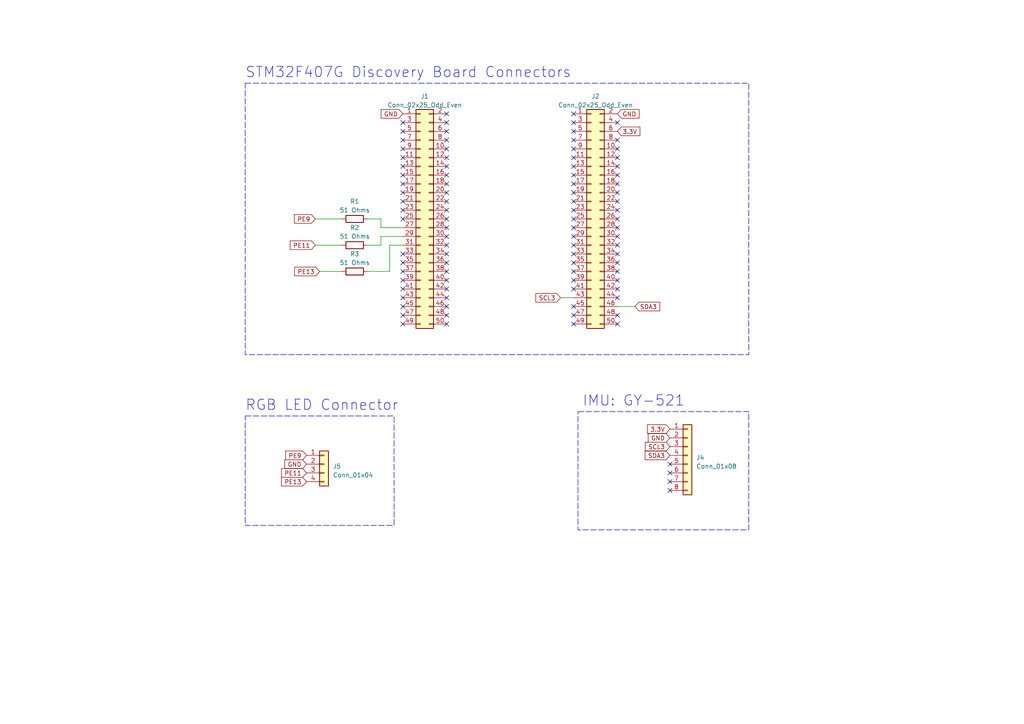
<source format=kicad_sch>
(kicad_sch (version 20230121) (generator eeschema)
  (paper "A4")
  (lib_symbols
    (symbol "Connector_Generic:Conn_01x04" (pin_names (offset 1.016) hide)
      (property "Reference" "J" (at 0 5.08 0))
      (property "Value" "Conn_01x04" (at 0 -7.62 0))
      (symbol "Conn_01x04_1_1"
        (rectangle (start -1.27 -4.953) (end 0 -5.207) (stroke (width 0.1524)))
        (rectangle (start -1.27 -2.413) (end 0 -2.667) (stroke (width 0.1524)))
        (rectangle (start -1.27 0.127) (end 0 -0.127) (stroke (width 0.1524)))
        (rectangle (start -1.27 2.667) (end 0 2.413) (stroke (width 0.1524)))
        (rectangle (start -1.27 3.81) (end 1.27 -6.35) (stroke (width 0.254)) (fill (type background)))
        (pin passive line (at -5.08 2.54 0) (length 3.81) (name "Pin_1") (number "1"))
        (pin passive line (at -5.08 0 0) (length 3.81) (name "Pin_2") (number "2"))
        (pin passive line (at -5.08 -2.54 0) (length 3.81) (name "Pin_3") (number "3"))
        (pin passive line (at -5.08 -5.08 0) (length 3.81) (name "Pin_4") (number "4"))
      )
    )
    (symbol "Connector_Generic:Conn_01x08" (pin_names (offset 1.016) hide)
      (property "Reference" "J" (at 0 10.16 0))
      (property "Value" "Conn_01x08" (at 0 -12.7 0))
      (symbol "Conn_01x08_1_1"
        (rectangle (start -1.27 -10.033) (end 0 -10.287) (stroke (width 0.1524)))
        (rectangle (start -1.27 -7.493) (end 0 -7.747) (stroke (width 0.1524)))
        (rectangle (start -1.27 -4.953) (end 0 -5.207) (stroke (width 0.1524)))
        (rectangle (start -1.27 -2.413) (end 0 -2.667) (stroke (width 0.1524)))
        (rectangle (start -1.27 0.127) (end 0 -0.127) (stroke (width 0.1524)))
        (rectangle (start -1.27 2.667) (end 0 2.413) (stroke (width 0.1524)))
        (rectangle (start -1.27 5.207) (end 0 4.953) (stroke (width 0.1524)))
        (rectangle (start -1.27 7.747) (end 0 7.493) (stroke (width 0.1524)))
        (rectangle (start -1.27 8.89) (end 1.27 -11.43) (stroke (width 0.254)) (fill (type background)))
        (pin passive line (at -5.08 7.62 0) (length 3.81) (name "Pin_1") (number "1"))
        (pin passive line (at -5.08 5.08 0) (length 3.81) (name "Pin_2") (number "2"))
        (pin passive line (at -5.08 2.54 0) (length 3.81) (name "Pin_3") (number "3"))
        (pin passive line (at -5.08 0 0) (length 3.81) (name "Pin_4") (number "4"))
        (pin passive line (at -5.08 -2.54 0) (length 3.81) (name "Pin_5") (number "5"))
        (pin passive line (at -5.08 -5.08 0) (length 3.81) (name "Pin_6") (number "6"))
        (pin passive line (at -5.08 -7.62 0) (length 3.81) (name "Pin_7") (number "7"))
        (pin passive line (at -5.08 -10.16 0) (length 3.81) (name "Pin_8") (number "8"))
      )
    )
    (symbol "Connector_Generic:Conn_02x25_Odd_Even" (pin_names (offset 1.016) hide)
      (property "Reference" "J" (at 1.27 33.02 0))
      (property "Value" "Conn_02x25_Odd_Even" (at 1.27 -33.02 0))
      (symbol "Conn_02x25_Odd_Even_1_1"
        (rectangle (start -1.27 -30.353) (end 0 -30.607) (stroke (width 0.1524)))
        (rectangle (start -1.27 -27.813) (end 0 -28.067) (stroke (width 0.1524)))
        (rectangle (start -1.27 -25.273) (end 0 -25.527) (stroke (width 0.1524)))
        (rectangle (start -1.27 -22.733) (end 0 -22.987) (stroke (width 0.1524)))
        (rectangle (start -1.27 -20.193) (end 0 -20.447) (stroke (width 0.1524)))
        (rectangle (start -1.27 -17.653) (end 0 -17.907) (stroke (width 0.1524)))
        (rectangle (start -1.27 -15.113) (end 0 -15.367) (stroke (width 0.1524)))
        (rectangle (start -1.27 -12.573) (end 0 -12.827) (stroke (width 0.1524)))
        (rectangle (start -1.27 -10.033) (end 0 -10.287) (stroke (width 0.1524)))
        (rectangle (start -1.27 -7.493) (end 0 -7.747) (stroke (width 0.1524)))
        (rectangle (start -1.27 -4.953) (end 0 -5.207) (stroke (width 0.1524)))
        (rectangle (start -1.27 -2.413) (end 0 -2.667) (stroke (width 0.1524)))
        (rectangle (start -1.27 0.127) (end 0 -0.127) (stroke (width 0.1524)))
        (rectangle (start -1.27 2.667) (end 0 2.413) (stroke (width 0.1524)))
        (rectangle (start -1.27 5.207) (end 0 4.953) (stroke (width 0.1524)))
        (rectangle (start -1.27 7.747) (end 0 7.493) (stroke (width 0.1524)))
        (rectangle (start -1.27 10.287) (end 0 10.033) (stroke (width 0.1524)))
        (rectangle (start -1.27 12.827) (end 0 12.573) (stroke (width 0.1524)))
        (rectangle (start -1.27 15.367) (end 0 15.113) (stroke (width 0.1524)))
        (rectangle (start -1.27 17.907) (end 0 17.653) (stroke (width 0.1524)))
        (rectangle (start -1.27 20.447) (end 0 20.193) (stroke (width 0.1524)))
        (rectangle (start -1.27 22.987) (end 0 22.733) (stroke (width 0.1524)))
        (rectangle (start -1.27 25.527) (end 0 25.273) (stroke (width 0.1524)))
        (rectangle (start -1.27 28.067) (end 0 27.813) (stroke (width 0.1524)))
        (rectangle (start -1.27 30.607) (end 0 30.353) (stroke (width 0.1524)))
        (rectangle (start -1.27 31.75) (end 3.81 -31.75) (stroke (width 0.254)) (fill (type background)))
        (rectangle (start 3.81 -30.353) (end 2.54 -30.607) (stroke (width 0.1524)))
        (rectangle (start 3.81 -27.813) (end 2.54 -28.067) (stroke (width 0.1524)))
        (rectangle (start 3.81 -25.273) (end 2.54 -25.527) (stroke (width 0.1524)))
        (rectangle (start 3.81 -22.733) (end 2.54 -22.987) (stroke (width 0.1524)))
        (rectangle (start 3.81 -20.193) (end 2.54 -20.447) (stroke (width 0.1524)))
        (rectangle (start 3.81 -17.653) (end 2.54 -17.907) (stroke (width 0.1524)))
        (rectangle (start 3.81 -15.113) (end 2.54 -15.367) (stroke (width 0.1524)))
        (rectangle (start 3.81 -12.573) (end 2.54 -12.827) (stroke (width 0.1524)))
        (rectangle (start 3.81 -10.033) (end 2.54 -10.287) (stroke (width 0.1524)))
        (rectangle (start 3.81 -7.493) (end 2.54 -7.747) (stroke (width 0.1524)))
        (rectangle (start 3.81 -4.953) (end 2.54 -5.207) (stroke (width 0.1524)))
        (rectangle (start 3.81 -2.413) (end 2.54 -2.667) (stroke (width 0.1524)))
        (rectangle (start 3.81 0.127) (end 2.54 -0.127) (stroke (width 0.1524)))
        (rectangle (start 3.81 2.667) (end 2.54 2.413) (stroke (width 0.1524)))
        (rectangle (start 3.81 5.207) (end 2.54 4.953) (stroke (width 0.1524)))
        (rectangle (start 3.81 7.747) (end 2.54 7.493) (stroke (width 0.1524)))
        (rectangle (start 3.81 10.287) (end 2.54 10.033) (stroke (width 0.1524)))
        (rectangle (start 3.81 12.827) (end 2.54 12.573) (stroke (width 0.1524)))
        (rectangle (start 3.81 15.367) (end 2.54 15.113) (stroke (width 0.1524)))
        (rectangle (start 3.81 17.907) (end 2.54 17.653) (stroke (width 0.1524)))
        (rectangle (start 3.81 20.447) (end 2.54 20.193) (stroke (width 0.1524)))
        (rectangle (start 3.81 22.987) (end 2.54 22.733) (stroke (width 0.1524)))
        (rectangle (start 3.81 25.527) (end 2.54 25.273) (stroke (width 0.1524)))
        (rectangle (start 3.81 28.067) (end 2.54 27.813) (stroke (width 0.1524)))
        (rectangle (start 3.81 30.607) (end 2.54 30.353) (stroke (width 0.1524)))
        (pin passive line (at -5.08 30.48 0) (length 3.81) (name "Pin_1") (number "1"))
        (pin passive line (at 7.62 20.32 180) (length 3.81) (name "Pin_10") (number "10"))
        (pin passive line (at -5.08 17.78 0) (length 3.81) (name "Pin_11") (number "11"))
        (pin passive line (at 7.62 17.78 180) (length 3.81) (name "Pin_12") (number "12"))
        (pin passive line (at -5.08 15.24 0) (length 3.81) (name "Pin_13") (number "13"))
        (pin passive line (at 7.62 15.24 180) (length 3.81) (name "Pin_14") (number "14"))
        (pin passive line (at -5.08 12.7 0) (length 3.81) (name "Pin_15") (number "15"))
        (pin passive line (at 7.62 12.7 180) (length 3.81) (name "Pin_16") (number "16"))
        (pin passive line (at -5.08 10.16 0) (length 3.81) (name "Pin_17") (number "17"))
        (pin passive line (at 7.62 10.16 180) (length 3.81) (name "Pin_18") (number "18"))
        (pin passive line (at -5.08 7.62 0) (length 3.81) (name "Pin_19") (number "19"))
        (pin passive line (at 7.62 30.48 180) (length 3.81) (name "Pin_2") (number "2"))
        (pin passive line (at 7.62 7.62 180) (length 3.81) (name "Pin_20") (number "20"))
        (pin passive line (at -5.08 5.08 0) (length 3.81) (name "Pin_21") (number "21"))
        (pin passive line (at 7.62 5.08 180) (length 3.81) (name "Pin_22") (number "22"))
        (pin passive line (at -5.08 2.54 0) (length 3.81) (name "Pin_23") (number "23"))
        (pin passive line (at 7.62 2.54 180) (length 3.81) (name "Pin_24") (number "24"))
        (pin passive line (at -5.08 0 0) (length 3.81) (name "Pin_25") (number "25"))
        (pin passive line (at 7.62 0 180) (length 3.81) (name "Pin_26") (number "26"))
        (pin passive line (at -5.08 -2.54 0) (length 3.81) (name "Pin_27") (number "27"))
        (pin passive line (at 7.62 -2.54 180) (length 3.81) (name "Pin_28") (number "28"))
        (pin passive line (at -5.08 -5.08 0) (length 3.81) (name "Pin_29") (number "29"))
        (pin passive line (at -5.08 27.94 0) (length 3.81) (name "Pin_3") (number "3"))
        (pin passive line (at 7.62 -5.08 180) (length 3.81) (name "Pin_30") (number "30"))
        (pin passive line (at -5.08 -7.62 0) (length 3.81) (name "Pin_31") (number "31"))
        (pin passive line (at 7.62 -7.62 180) (length 3.81) (name "Pin_32") (number "32"))
        (pin passive line (at -5.08 -10.16 0) (length 3.81) (name "Pin_33") (number "33"))
        (pin passive line (at 7.62 -10.16 180) (length 3.81) (name "Pin_34") (number "34"))
        (pin passive line (at -5.08 -12.7 0) (length 3.81) (name "Pin_35") (number "35"))
        (pin passive line (at 7.62 -12.7 180) (length 3.81) (name "Pin_36") (number "36"))
        (pin passive line (at -5.08 -15.24 0) (length 3.81) (name "Pin_37") (number "37"))
        (pin passive line (at 7.62 -15.24 180) (length 3.81) (name "Pin_38") (number "38"))
        (pin passive line (at -5.08 -17.78 0) (length 3.81) (name "Pin_39") (number "39"))
        (pin passive line (at 7.62 27.94 180) (length 3.81) (name "Pin_4") (number "4"))
        (pin passive line (at 7.62 -17.78 180) (length 3.81) (name "Pin_40") (number "40"))
        (pin passive line (at -5.08 -20.32 0) (length 3.81) (name "Pin_41") (number "41"))
        (pin passive line (at 7.62 -20.32 180) (length 3.81) (name "Pin_42") (number "42"))
        (pin passive line (at -5.08 -22.86 0) (length 3.81) (name "Pin_43") (number "43"))
        (pin passive line (at 7.62 -22.86 180) (length 3.81) (name "Pin_44") (number "44"))
        (pin passive line (at -5.08 -25.4 0) (length 3.81) (name "Pin_45") (number "45"))
        (pin passive line (at 7.62 -25.4 180) (length 3.81) (name "Pin_46") (number "46"))
        (pin passive line (at -5.08 -27.94 0) (length 3.81) (name "Pin_47") (number "47"))
        (pin passive line (at 7.62 -27.94 180) (length 3.81) (name "Pin_48") (number "48"))
        (pin passive line (at -5.08 -30.48 0) (length 3.81) (name "Pin_49") (number "49"))
        (pin passive line (at -5.08 25.4 0) (length 3.81) (name "Pin_5") (number "5"))
        (pin passive line (at 7.62 -30.48 180) (length 3.81) (name "Pin_50") (number "50"))
        (pin passive line (at 7.62 25.4 180) (length 3.81) (name "Pin_6") (number "6"))
        (pin passive line (at -5.08 22.86 0) (length 3.81) (name "Pin_7") (number "7"))
        (pin passive line (at 7.62 22.86 180) (length 3.81) (name "Pin_8") (number "8"))
        (pin passive line (at -5.08 20.32 0) (length 3.81) (name "Pin_9") (number "9"))
      )
    )
    (symbol "Device:R" (pin_numbers hide) (pin_names (offset 0))
      (property "Reference" "R" (at 2.032 0 90))
      (property "Value" "R" (at 0 0 90))
      (symbol "R_0_1"
        (rectangle (start -1.016 -2.54) (end 1.016 2.54) (stroke (width 0.254)))
      )
      (symbol "R_1_1"
        (pin passive line (at 0 3.81 270) (length 1.27) (name "~") (number "1"))
        (pin passive line (at 0 -3.81 90) (length 1.27) (name "~") (number "2"))
      )
    )
  )
  (no_connect (at 179.07 50.8))
  (no_connect (at 129.54 55.88))
  (no_connect (at 116.84 91.44))
  (no_connect (at 116.84 45.72))
  (no_connect (at 129.54 35.56))
  (no_connect (at 116.84 53.34))
  (no_connect (at 166.37 33.02))
  (no_connect (at 116.84 60.96))
  (no_connect (at 179.07 45.72))
  (no_connect (at 179.07 76.2))
  (no_connect (at 166.37 63.5))
  (no_connect (at 116.84 55.88))
  (no_connect (at 129.54 88.9))
  (no_connect (at 129.54 58.42))
  (no_connect (at 166.37 60.96))
  (no_connect (at 194.31 139.7))
  (no_connect (at 179.07 68.58))
  (no_connect (at 166.37 83.82))
  (no_connect (at 166.37 43.18))
  (no_connect (at 116.84 50.8))
  (no_connect (at 116.84 81.28))
  (no_connect (at 116.84 43.18))
  (no_connect (at 129.54 38.1))
  (no_connect (at 129.54 81.28))
  (no_connect (at 194.31 142.24))
  (no_connect (at 166.37 58.42))
  (no_connect (at 166.37 45.72))
  (no_connect (at 129.54 76.2))
  (no_connect (at 179.07 60.96))
  (no_connect (at 116.84 78.74))
  (no_connect (at 179.07 86.36))
  (no_connect (at 129.54 71.12))
  (no_connect (at 116.84 86.36))
  (no_connect (at 166.37 91.44))
  (no_connect (at 166.37 35.56))
  (no_connect (at 116.84 48.26))
  (no_connect (at 179.07 83.82))
  (no_connect (at 129.54 63.5))
  (no_connect (at 116.84 38.1))
  (no_connect (at 166.37 73.66))
  (no_connect (at 129.54 91.44))
  (no_connect (at 179.07 35.56))
  (no_connect (at 166.37 93.98))
  (no_connect (at 166.37 53.34))
  (no_connect (at 129.54 33.02))
  (no_connect (at 166.37 55.88))
  (no_connect (at 179.07 58.42))
  (no_connect (at 129.54 68.58))
  (no_connect (at 116.84 58.42))
  (no_connect (at 179.07 71.12))
  (no_connect (at 129.54 43.18))
  (no_connect (at 129.54 78.74))
  (no_connect (at 129.54 48.26))
  (no_connect (at 166.37 38.1))
  (no_connect (at 129.54 93.98))
  (no_connect (at 129.54 50.8))
  (no_connect (at 129.54 40.64))
  (no_connect (at 166.37 88.9))
  (no_connect (at 179.07 93.98))
  (no_connect (at 166.37 66.04))
  (no_connect (at 166.37 48.26))
  (no_connect (at 129.54 60.96))
  (no_connect (at 129.54 45.72))
  (no_connect (at 179.07 66.04))
  (no_connect (at 166.37 78.74))
  (no_connect (at 116.84 83.82))
  (no_connect (at 116.84 40.64))
  (no_connect (at 116.84 63.5))
  (no_connect (at 129.54 53.34))
  (no_connect (at 166.37 76.2))
  (no_connect (at 166.37 68.58))
  (no_connect (at 179.07 43.18))
  (no_connect (at 166.37 40.64))
  (no_connect (at 179.07 91.44))
  (no_connect (at 129.54 66.04))
  (no_connect (at 116.84 76.2))
  (no_connect (at 116.84 35.56))
  (no_connect (at 194.31 134.62))
  (no_connect (at 179.07 40.64))
  (no_connect (at 166.37 81.28))
  (no_connect (at 116.84 93.98))
  (no_connect (at 179.07 73.66))
  (no_connect (at 129.54 73.66))
  (no_connect (at 166.37 50.8))
  (no_connect (at 179.07 63.5))
  (no_connect (at 179.07 48.26))
  (no_connect (at 166.37 71.12))
  (no_connect (at 179.07 55.88))
  (no_connect (at 129.54 86.36))
  (no_connect (at 194.31 137.16))
  (no_connect (at 116.84 88.9))
  (no_connect (at 179.07 78.74))
  (no_connect (at 179.07 81.28))
  (no_connect (at 179.07 53.34))
  (no_connect (at 129.54 83.82))
  (no_connect (at 116.84 73.66))
  (wire (pts (xy 91.44 63.5) (xy 99.06 63.5)))
  (wire (pts (xy 110.49 66.04) (xy 110.49 63.5)))
  (wire (pts (xy 92.71 78.74) (xy 99.06 78.74)))
  (wire (pts (xy 99.06 71.12) (xy 91.44 71.12)))
  (wire (pts (xy 116.84 68.58) (xy 110.49 68.58)))
  (wire (pts (xy 110.49 63.5) (xy 106.68 63.5)))
  (wire (pts (xy 116.84 71.12) (xy 113.03 71.12)))
  (wire (pts (xy 110.49 71.12) (xy 106.68 71.12)))
  (wire (pts (xy 113.03 71.12) (xy 113.03 78.74)))
  (wire (pts (xy 162.56 86.36) (xy 166.37 86.36)))
  (wire (pts (xy 110.49 68.58) (xy 110.49 71.12)))
  (wire (pts (xy 113.03 78.74) (xy 106.68 78.74)))
  (wire (pts (xy 179.07 88.9) (xy 184.15 88.9)))
  (wire (pts (xy 116.84 66.04) (xy 110.49 66.04)))
  (rectangle (start 167.64 119.38) (end 217.17 153.67) (stroke (width 0) (type dash)))
  (rectangle (start 71.12 24.13) (end 217.17 102.87) (stroke (width 0) (type dash)))
  (rectangle (start 71.12 120.65) (end 114.3 152.4) (stroke (width 0) (type dash)))
  (text "IMU: GY-521" (at 168.91 118.11 0) (effects (font (size 3 3)) (justify left bottom)))
  (text "RGB LED Connector" (at 71.12 119.38 0) (effects (font (size 3 3)) (justify left bottom)))
  (text "STM32F407G Discovery Board Connectors" (at 71.12 22.86 0) (effects (font (size 3 3)) (justify left bottom)))
  (global_label "PE13" (shape input) (at 92.71 78.74 180) (property "Intersheetrefs" "${INTERSHEET_REFS}" (effects hide)))
  (global_label "3.3V" (shape input) (at 179.07 38.1 0) (property "Intersheetrefs" "${INTERSHEET_REFS}" (effects hide)))
  (global_label "SDA3" (shape input) (at 184.15 88.9 0) (property "Intersheetrefs" "${INTERSHEET_REFS}" (effects hide)))
  (global_label "PE11" (shape input) (at 91.44 71.12 180) (property "Intersheetrefs" "${INTERSHEET_REFS}" (effects hide)))
  (global_label "PE11" (shape input) (at 88.9 137.16 180) (property "Intersheetrefs" "${INTERSHEET_REFS}" (effects hide)))
  (global_label "3.3V" (shape input) (at 194.31 124.46 180) (property "Intersheetrefs" "${INTERSHEET_REFS}" (effects hide)))
  (global_label "PE13" (shape input) (at 88.9 139.7 180) (property "Intersheetrefs" "${INTERSHEET_REFS}" (effects hide)))
  (global_label "GND" (shape input) (at 179.07 33.02 0) (property "Intersheetrefs" "${INTERSHEET_REFS}" (effects hide)))
  (global_label "SDA3" (shape input) (at 194.31 132.08 180) (property "Intersheetrefs" "${INTERSHEET_REFS}" (effects hide)))
  (global_label "SCL3" (shape input) (at 162.56 86.36 180) (property "Intersheetrefs" "${INTERSHEET_REFS}" (effects hide)))
  (global_label "SCL3" (shape input) (at 194.31 129.54 180) (property "Intersheetrefs" "${INTERSHEET_REFS}" (effects hide)))
  (global_label "GND" (shape input) (at 116.84 33.02 180) (property "Intersheetrefs" "${INTERSHEET_REFS}" (effects hide)))
  (global_label "PE9" (shape input) (at 88.9 132.08 180) (property "Intersheetrefs" "${INTERSHEET_REFS}" (effects hide)))
  (global_label "GND" (shape input) (at 88.9 134.62 180) (property "Intersheetrefs" "${INTERSHEET_REFS}" (effects hide)))
  (global_label "GND" (shape input) (at 194.31 127 180) (property "Intersheetrefs" "${INTERSHEET_REFS}" (effects hide)))
  (global_label "PE9" (shape input) (at 91.44 63.5 180) (property "Intersheetrefs" "${INTERSHEET_REFS}" (effects hide)))
  (symbol (lib_id "Connector_Generic:Conn_01x08") (at 199.39 132.08 0) (unit 1)
    (property "Reference" "J4" (at 201.93 132.715 0) (effects (justify left)))
    (property "Value" "Conn_01x08" (at 201.93 135.255 0) (effects (justify left)))
    (property "Footprint" "Connector_PinSocket_1.27mm:PinSocket_1x08_P1.27mm_Vertical" (effects hide))
  )
  (symbol (lib_id "Connector_Generic:Conn_02x25_Odd_Even") (at 121.92 63.5 0) (unit 1)
    (property "Reference" "J1" (at 123.19 27.94 0))
    (property "Value" "Conn_02x25_Odd_Even" (at 123.19 30.48 0))
    (property "Footprint" "Connector_PinSocket_1.27mm:PinSocket_2x25_P1.27mm_Vertical" (effects hide))
  )
  (symbol (lib_id "Connector_Generic:Conn_01x04") (at 93.98 134.62 0) (unit 1)
    (property "Reference" "J5" (at 96.52 135.255 0) (effects (justify left)))
    (property "Value" "Conn_01x04" (at 96.52 137.795 0) (effects (justify left)))
    (property "Footprint" "Connector_PinSocket_1.27mm:PinSocket_1x04_P1.27mm_Vertical" (effects hide))
  )
  (symbol (lib_id "Device:R") (at 102.87 78.74 90) (unit 1)
    (property "Reference" "R3" (at 102.87 73.66 90))
    (property "Value" "51 Ohms" (at 102.87 76.2 90))
    (property "Footprint" "Resistor_SMD:R_0805_2012Metric" (effects hide))
  )
  (symbol (lib_id "Device:R") (at 102.87 71.12 90) (unit 1)
    (property "Reference" "R2" (at 102.87 66.04 90))
    (property "Value" "51 Ohms" (at 102.87 68.58 90))
    (property "Footprint" "Resistor_SMD:R_0805_2012Metric" (effects hide))
  )
  (symbol (lib_id "Connector_Generic:Conn_02x25_Odd_Even") (at 171.45 63.5 0) (unit 1)
    (property "Reference" "J2" (at 172.72 27.94 0))
    (property "Value" "Conn_02x25_Odd_Even" (at 172.72 30.48 0))
    (property "Footprint" "Connector_PinSocket_1.27mm:PinSocket_2x25_P1.27mm_Vertical" (effects hide))
  )
  (symbol (lib_id "Device:R") (at 102.87 63.5 90) (unit 1)
    (property "Reference" "R1" (at 102.87 58.42 90))
    (property "Value" "51 Ohms" (at 102.87 60.96 90))
    (property "Footprint" "Resistor_SMD:R_0805_2012Metric" (effects hide))
  )
)
</source>
